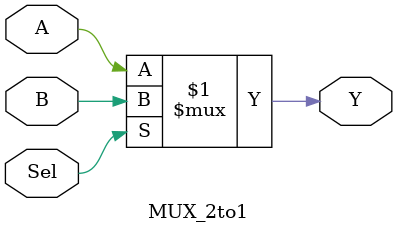
<source format=v>
module MUX_2to1 (
    input wire A,
    input wire B,
    input wire Sel,
    output wire Y
);
    assign Y = (Sel) ? B : A;
endmodule
</source>
